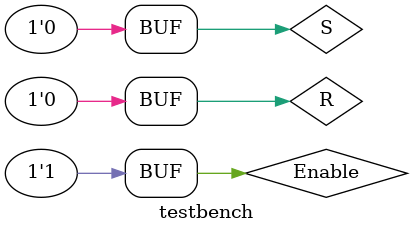
<source format=v>

module testbench ;

 reg S,R,Enable;
 wire Q,Qbar;
 
 sr_latch s(.S(S),.R(R),.Enable(Enable),.Q(Q),.Qbar(Qbar));
 
 initial begin
 
 S = 1; R = 0; Enable = 1;
#100 S = 0 ; R = 1;
#100 S = 0 ; R = 0;
#100 S = 1 ; R = 1;
#100 S = 1; R = 0; 
#100 S = 0 ; R = 1;
#100 S = 0 ; R = 0;
#100 S = 1 ; R = 1;
#100 S = 0 ; R = 1;
#100 S = 0 ; R = 0;
 
 end
 
endmodule

</source>
